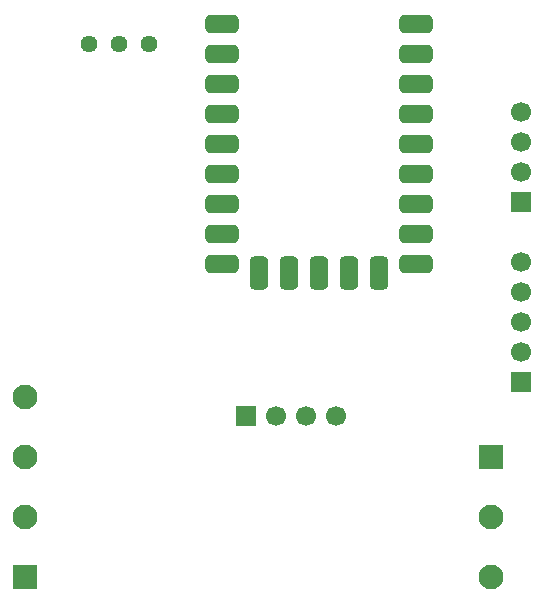
<source format=gbs>
%TF.GenerationSoftware,KiCad,Pcbnew,9.0.2-rc1*%
%TF.CreationDate,2025-04-26T18:26:20-04:00*%
%TF.ProjectId,moonclock,6d6f6f6e-636c-46f6-936b-2e6b69636164,rev?*%
%TF.SameCoordinates,PX7088980PY3920060*%
%TF.FileFunction,Soldermask,Bot*%
%TF.FilePolarity,Negative*%
%FSLAX46Y46*%
G04 Gerber Fmt 4.6, Leading zero omitted, Abs format (unit mm)*
G04 Created by KiCad (PCBNEW 9.0.2-rc1) date 2025-04-26 18:26:20*
%MOMM*%
%LPD*%
G01*
G04 APERTURE LIST*
G04 Aperture macros list*
%AMRoundRect*
0 Rectangle with rounded corners*
0 $1 Rounding radius*
0 $2 $3 $4 $5 $6 $7 $8 $9 X,Y pos of 4 corners*
0 Add a 4 corners polygon primitive as box body*
4,1,4,$2,$3,$4,$5,$6,$7,$8,$9,$2,$3,0*
0 Add four circle primitives for the rounded corners*
1,1,$1+$1,$2,$3*
1,1,$1+$1,$4,$5*
1,1,$1+$1,$6,$7*
1,1,$1+$1,$8,$9*
0 Add four rect primitives between the rounded corners*
20,1,$1+$1,$2,$3,$4,$5,0*
20,1,$1+$1,$4,$5,$6,$7,0*
20,1,$1+$1,$6,$7,$8,$9,0*
20,1,$1+$1,$8,$9,$2,$3,0*%
G04 Aperture macros list end*
%ADD10RoundRect,0.250001X0.799999X-0.799999X0.799999X0.799999X-0.799999X0.799999X-0.799999X-0.799999X0*%
%ADD11C,2.100000*%
%ADD12R,1.700000X1.700000*%
%ADD13C,1.700000*%
%ADD14C,1.440000*%
%ADD15RoundRect,0.250001X-0.799999X0.799999X-0.799999X-0.799999X0.799999X-0.799999X0.799999X0.799999X0*%
%ADD16RoundRect,0.400000X-1.000000X-0.400000X1.000000X-0.400000X1.000000X0.400000X-1.000000X0.400000X0*%
%ADD17RoundRect,0.400050X-0.999950X-0.400050X0.999950X-0.400050X0.999950X0.400050X-0.999950X0.400050X0*%
%ADD18RoundRect,0.400000X-0.400000X-1.000000X0.400000X-1.000000X0.400000X1.000000X-0.400000X1.000000X0*%
%ADD19RoundRect,0.393700X-0.393700X-1.006300X0.393700X-1.006300X0.393700X1.006300X-0.393700X1.006300X0*%
G04 APERTURE END LIST*
D10*
%TO.C,J2*%
X5292500Y-48870000D03*
D11*
X5292500Y-43790000D03*
X5292500Y-38710000D03*
X5292500Y-33630000D03*
%TD*%
D12*
%TO.C,J4*%
X23940000Y-35250000D03*
D13*
X26480000Y-35250000D03*
X29020000Y-35250000D03*
X31560000Y-35250000D03*
%TD*%
D14*
%TO.C,R1*%
X10710000Y-3755000D03*
X13250000Y-3755000D03*
X15790000Y-3755000D03*
%TD*%
D12*
%TO.C,J1*%
X47250000Y-32330000D03*
D13*
X47250000Y-29790000D03*
X47250000Y-27250000D03*
X47250000Y-24710000D03*
X47250000Y-22170000D03*
%TD*%
D15*
%TO.C,J3*%
X44707500Y-38665000D03*
D11*
X44707500Y-43745000D03*
X44707500Y-48825000D03*
%TD*%
D16*
%TO.C,U1*%
X38365000Y-2015000D03*
X38365000Y-4555000D03*
X38365000Y-7095000D03*
X38365000Y-9635000D03*
X38365000Y-12175000D03*
D17*
X38365000Y-14715000D03*
X38365000Y-17255000D03*
X38365000Y-19795000D03*
X38365000Y-22335000D03*
D18*
X35225000Y-23145000D03*
D19*
X32685000Y-23145000D03*
X30145000Y-23145000D03*
X27605000Y-23145000D03*
X25065000Y-23145000D03*
D17*
X21925000Y-22335000D03*
X21925000Y-19795000D03*
X21925000Y-17255000D03*
X21925000Y-14715000D03*
X21925000Y-12175000D03*
X21925000Y-9635000D03*
X21925000Y-7095000D03*
X21925000Y-4555000D03*
X21925000Y-2015000D03*
%TD*%
D12*
%TO.C,J5*%
X47250000Y-17060000D03*
D13*
X47250000Y-14520000D03*
X47250000Y-11980000D03*
X47250000Y-9440000D03*
%TD*%
M02*

</source>
